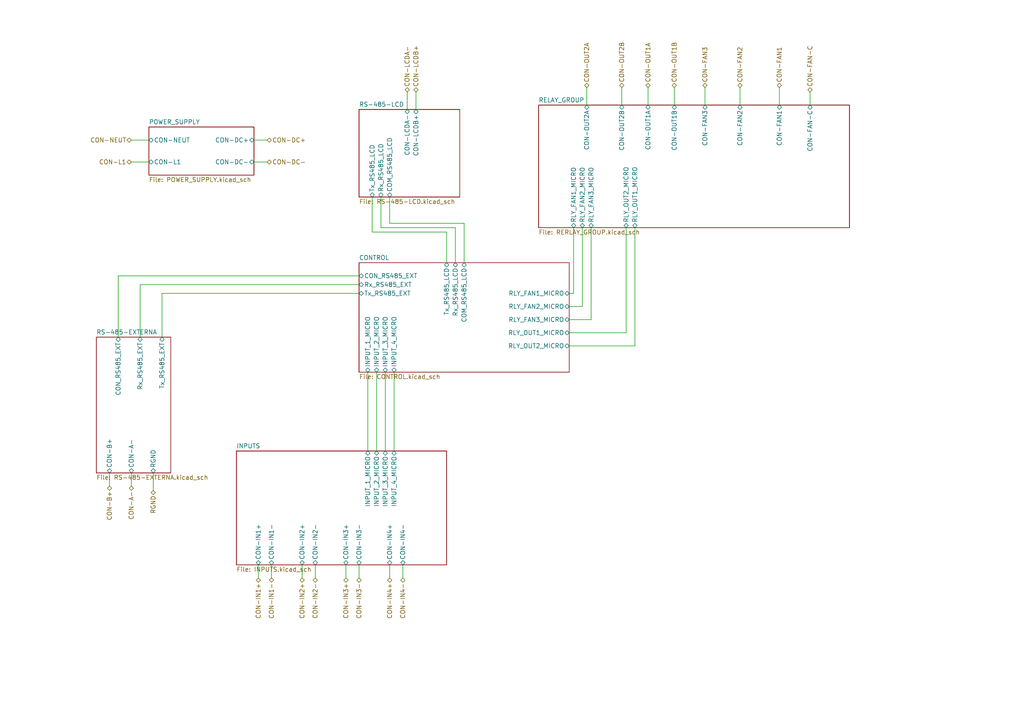
<source format=kicad_sch>
(kicad_sch (version 20230121) (generator eeschema)
  (paper "A4")
  (lib_symbols)
  (wire (pts (xy 38.1 40.64) (xy 43.18 40.64)))
  (wire (pts (xy 184.15 100.33) (xy 165.1 100.33)))
  (wire (pts (xy 38.1 46.99) (xy 43.18 46.99)))
  (wire (pts (xy 120.65 26.67) (xy 120.65 31.75)))
  (wire (pts (xy 73.66 40.64) (xy 77.47 40.64)))
  (wire (pts (xy 74.93 163.83) (xy 74.93 167.64)))
  (wire (pts (xy 181.61 96.52) (xy 165.1 96.52)))
  (wire (pts (xy 166.37 66.04) (xy 166.37 85.09)))
  (wire (pts (xy 116.84 163.83) (xy 116.84 167.64)))
  (wire (pts (xy 107.95 57.15) (xy 107.95 67.31)))
  (wire (pts (xy 34.29 80.01) (xy 34.29 97.79)))
  (wire (pts (xy 168.91 66.04) (xy 168.91 88.9)))
  (wire (pts (xy 234.95 26.67) (xy 234.95 30.48)))
  (wire (pts (xy 113.03 57.15) (xy 113.03 64.77)))
  (wire (pts (xy 111.76 107.95) (xy 111.76 130.81)))
  (wire (pts (xy 195.58 25.4) (xy 195.58 30.48)))
  (wire (pts (xy 113.03 163.83) (xy 113.03 167.64)))
  (wire (pts (xy 129.54 67.31) (xy 129.54 76.2)))
  (wire (pts (xy 181.61 66.04) (xy 181.61 96.52)))
  (wire (pts (xy 170.18 25.4) (xy 170.18 30.48)))
  (wire (pts (xy 165.1 85.09) (xy 166.37 85.09)))
  (wire (pts (xy 110.49 57.15) (xy 110.49 66.04)))
  (wire (pts (xy 180.34 25.4) (xy 180.34 30.48)))
  (wire (pts (xy 104.14 163.83) (xy 104.14 167.64)))
  (wire (pts (xy 168.91 88.9) (xy 165.1 88.9)))
  (wire (pts (xy 104.14 82.55) (xy 40.64 82.55)))
  (wire (pts (xy 87.63 163.83) (xy 87.63 167.64)))
  (wire (pts (xy 171.45 66.04) (xy 171.45 92.71)))
  (wire (pts (xy 104.14 85.09) (xy 46.99 85.09)))
  (wire (pts (xy 73.66 46.99) (xy 77.47 46.99)))
  (wire (pts (xy 118.11 26.67) (xy 118.11 31.75)))
  (wire (pts (xy 107.95 67.31) (xy 129.54 67.31)))
  (wire (pts (xy 214.63 25.4) (xy 214.63 30.48)))
  (wire (pts (xy 184.15 66.04) (xy 184.15 100.33)))
  (wire (pts (xy 113.03 64.77) (xy 134.62 64.77)))
  (wire (pts (xy 110.49 66.04) (xy 132.08 66.04)))
  (wire (pts (xy 226.06 25.4) (xy 226.06 30.48)))
  (wire (pts (xy 132.08 66.04) (xy 132.08 76.2)))
  (wire (pts (xy 106.68 107.95) (xy 106.68 130.81)))
  (wire (pts (xy 204.47 25.4) (xy 204.47 30.48)))
  (wire (pts (xy 46.99 85.09) (xy 46.99 97.79)))
  (wire (pts (xy 104.14 80.01) (xy 34.29 80.01)))
  (wire (pts (xy 187.96 25.4) (xy 187.96 30.48)))
  (wire (pts (xy 100.33 163.83) (xy 100.33 167.64)))
  (wire (pts (xy 44.45 137.16) (xy 44.45 142.24)))
  (wire (pts (xy 171.45 92.71) (xy 165.1 92.71)))
  (wire (pts (xy 114.3 107.95) (xy 114.3 130.81)))
  (wire (pts (xy 91.44 163.83) (xy 91.44 167.64)))
  (wire (pts (xy 31.75 137.16) (xy 31.75 140.97)))
  (wire (pts (xy 38.1 137.16) (xy 38.1 140.97)))
  (wire (pts (xy 78.74 163.83) (xy 78.74 167.64)))
  (wire (pts (xy 134.62 64.77) (xy 134.62 76.2)))
  (wire (pts (xy 40.64 82.55) (xy 40.64 97.79)))
  (wire (pts (xy 109.22 107.95) (xy 109.22 130.81)))
  (hierarchical_label "CON-DC+" (shape bidirectional) (at 77.47 40.64 0))
  (hierarchical_label "CON-IN1-" (shape bidirectional) (at 78.74 167.64 270))
  (hierarchical_label "CON-IN2-" (shape bidirectional) (at 91.44 167.64 270))
  (hierarchical_label "CON-DC-" (shape bidirectional) (at 77.47 46.99 0))
  (hierarchical_label "CON-FAN-C" (shape bidirectional) (at 234.95 26.67 90))
  (hierarchical_label "CON-OUT1A" (shape bidirectional) (at 187.96 25.4 90))
  (hierarchical_label "RGND" (shape bidirectional) (at 44.45 142.24 270))
  (hierarchical_label "CON-A-" (shape bidirectional) (at 38.1 140.97 270))
  (hierarchical_label "CON-IN2+" (shape bidirectional) (at 87.63 167.64 270))
  (hierarchical_label "CON-LCDB+" (shape bidirectional) (at 120.65 26.67 90))
  (hierarchical_label "CON-FAN1" (shape bidirectional) (at 226.06 25.4 90))
  (hierarchical_label "CON-FAN3" (shape bidirectional) (at 204.47 25.4 90))
  (hierarchical_label "CON-IN4+" (shape bidirectional) (at 113.03 167.64 270))
  (hierarchical_label "CON-OUT1B" (shape bidirectional) (at 195.58 25.4 90))
  (hierarchical_label "CON-B+" (shape bidirectional) (at 31.75 140.97 270))
  (hierarchical_label "CON-LCDA-" (shape bidirectional) (at 118.11 26.67 90))
  (hierarchical_label "CON-IN3+" (shape bidirectional) (at 100.33 167.64 270))
  (hierarchical_label "CON-OUT2B" (shape bidirectional) (at 180.34 25.4 90))
  (hierarchical_label "CON-NEUT" (shape bidirectional) (at 38.1 40.64 180))
  (hierarchical_label "CON-IN4-" (shape bidirectional) (at 116.84 167.64 270))
  (hierarchical_label "CON-IN3-" (shape bidirectional) (at 104.14 167.64 270))
  (hierarchical_label "CON-FAN2" (shape bidirectional) (at 214.63 25.4 90))
  (hierarchical_label "CON-OUT2A" (shape bidirectional) (at 170.18 25.4 90))
  (hierarchical_label "CON-IN1+" (shape bidirectional) (at 74.93 167.64 270))
  (hierarchical_label "CON-L1" (shape bidirectional) (at 38.1 46.99 180))
  (sheet (at 104.14 76.2) (size 60.96 31.75) (stroke (width 0.1524))
    (property "Sheetname" "CONTROL" (at 104.14 75.4884 0) (effects (justify left bottom)))
    (property "Sheetfile" "CONTROL.kicad_sch" (at 104.14 108.5346 0) (effects (justify left top)))
    (pin "COM_RS485_LCD" bidirectional (at 134.62 76.2 90))
    (pin "Rx_RS485_LCD" bidirectional (at 132.08 76.2 90))
    (pin "Tx_RS485_LCD" bidirectional (at 129.54 76.2 90))
    (pin "Rx_RS485_EXT" bidirectional (at 104.14 82.55 180))
    (pin "CON_RS485_EXT" bidirectional (at 104.14 80.01 180))
    (pin "Tx_RS485_EXT" bidirectional (at 104.14 85.09 180))
    (pin "RLY_FAN3_MICRO" bidirectional (at 165.1 92.71 0))
    (pin "RLY_OUT1_MICRO" bidirectional (at 165.1 96.52 0))
    (pin "RLY_FAN1_MICRO" bidirectional (at 165.1 85.09 0))
    (pin "RLY_FAN2_MICRO" bidirectional (at 165.1 88.9 0))
    (pin "RLY_OUT2_MICRO" bidirectional (at 165.1 100.33 0))
    (pin "INPUT_1_MICRO" bidirectional (at 106.68 107.95 270))
    (pin "INPUT_3_MICRO" bidirectional (at 111.76 107.95 270))
    (pin "INPUT_2_MICRO" bidirectional (at 109.22 107.95 270))
    (pin "INPUT_4_MICRO" bidirectional (at 114.3 107.95 270))
  )
  (sheet (at 27.94 97.79) (size 21.59 39.37) (stroke (width 0.1524))
    (property "Sheetname" "RS-485-EXTERNA" (at 27.94 97.0784 0) (effects (justify left bottom)))
    (property "Sheetfile" "RS-485-EXTERNA.kicad_sch" (at 27.94 137.7446 0) (effects (justify left top)))
    (pin "CON-B+" bidirectional (at 31.75 137.16 270))
    (pin "CON-A-" bidirectional (at 38.1 137.16 270))
    (pin "RGND" bidirectional (at 44.45 137.16 270))
    (pin "CON_RS485_EXT" bidirectional (at 34.29 97.79 90))
    (pin "Rx_RS485_EXT" bidirectional (at 40.64 97.79 90))
    (pin "Tx_RS485_EXT" bidirectional (at 46.99 97.79 90))
  )
  (sheet (at 43.18 36.83) (size 30.48 13.97) (stroke (width 0.1524))
    (property "Sheetname" "POWER_SUPPLY" (at 43.18 36.1184 0) (effects (justify left bottom)))
    (property "Sheetfile" "POWER_SUPPLY.kicad_sch" (at 43.18 51.3846 0) (effects (justify left top)))
    (pin "CON-DC-" bidirectional (at 73.66 46.99 0))
    (pin "CON-DC+" bidirectional (at 73.66 40.64 0))
    (pin "CON-L1" bidirectional (at 43.18 46.99 180))
    (pin "CON-NEUT" bidirectional (at 43.18 40.64 180))
  )
  (sheet (at 104.14 31.75) (size 29.21 25.4) (stroke (width 0.1524))
    (property "Sheetname" "RS-485-LCD" (at 104.14 31.0384 0) (effects (justify left bottom)))
    (property "Sheetfile" "RS-485-LCD.kicad_sch" (at 104.14 57.7346 0) (effects (justify left top)))
    (pin "CON-LCDB+" bidirectional (at 120.65 31.75 90))
    (pin "CON-LCDA-" bidirectional (at 118.11 31.75 90))
    (pin "Tx_RS485_LCD" bidirectional (at 107.95 57.15 270))
    (pin "Rx_RS485_LCD" bidirectional (at 110.49 57.15 270))
    (pin "COM_RS485_LCD" bidirectional (at 113.03 57.15 270))
  )
  (sheet (at 156.21 30.48) (size 90.17 35.56) (stroke (width 0.1524))
    (property "Sheetname" "RELAY_GROUP" (at 156.21 29.7684 0) (effects (justify left bottom)))
    (property "Sheetfile" "RERLAY_GROUP.kicad_sch" (at 156.21 66.6246 0) (effects (justify left top)))
    (pin "CON-FAN-C" bidirectional (at 234.95 30.48 90))
    (pin "CON-FAN2" bidirectional (at 214.63 30.48 90))
    (pin "CON-OUT1B" bidirectional (at 195.58 30.48 90))
    (pin "CON-FAN3" bidirectional (at 204.47 30.48 90))
    (pin "CON-FAN1" bidirectional (at 226.06 30.48 90))
    (pin "CON-OUT2A" bidirectional (at 170.18 30.48 90))
    (pin "CON-OUT2B" bidirectional (at 180.34 30.48 90))
    (pin "CON-OUT1A" bidirectional (at 187.96 30.48 90))
    (pin "RLY_OUT2_MICRO" bidirectional (at 181.61 66.04 270))
    (pin "RLY_OUT1_MICRO" bidirectional (at 184.15 66.04 270))
    (pin "RLY_FAN2_MICRO" bidirectional (at 168.91 66.04 270))
    (pin "RLY_FAN1_MICRO" bidirectional (at 166.37 66.04 270))
    (pin "RLY_FAN3_MICRO" bidirectional (at 171.45 66.04 270))
  )
  (sheet (at 68.58 130.81) (size 60.96 33.02) (stroke (width 0.1524))
    (property "Sheetname" "INPUTS" (at 68.58 130.0984 0) (effects (justify left bottom)))
    (property "Sheetfile" "INPUTS.kicad_sch" (at 68.58 164.4146 0) (effects (justify left top)))
    (pin "CON-IN1+" bidirectional (at 74.93 163.83 270))
    (pin "CON-IN2-" bidirectional (at 91.44 163.83 270))
    (pin "CON-IN2+" bidirectional (at 87.63 163.83 270))
    (pin "CON-IN1-" bidirectional (at 78.74 163.83 270))
    (pin "CON-IN3-" bidirectional (at 104.14 163.83 270))
    (pin "CON-IN4-" bidirectional (at 116.84 163.83 270))
    (pin "CON-IN4+" bidirectional (at 113.03 163.83 270))
    (pin "CON-IN3+" bidirectional (at 100.33 163.83 270))
    (pin "INPUT_1_MICRO" bidirectional (at 106.68 130.81 90))
    (pin "INPUT_3_MICRO" bidirectional (at 111.76 130.81 90))
    (pin "INPUT_2_MICRO" bidirectional (at 109.22 130.81 90))
    (pin "INPUT_4_MICRO" bidirectional (at 114.3 130.81 90))
  )
)
</source>
